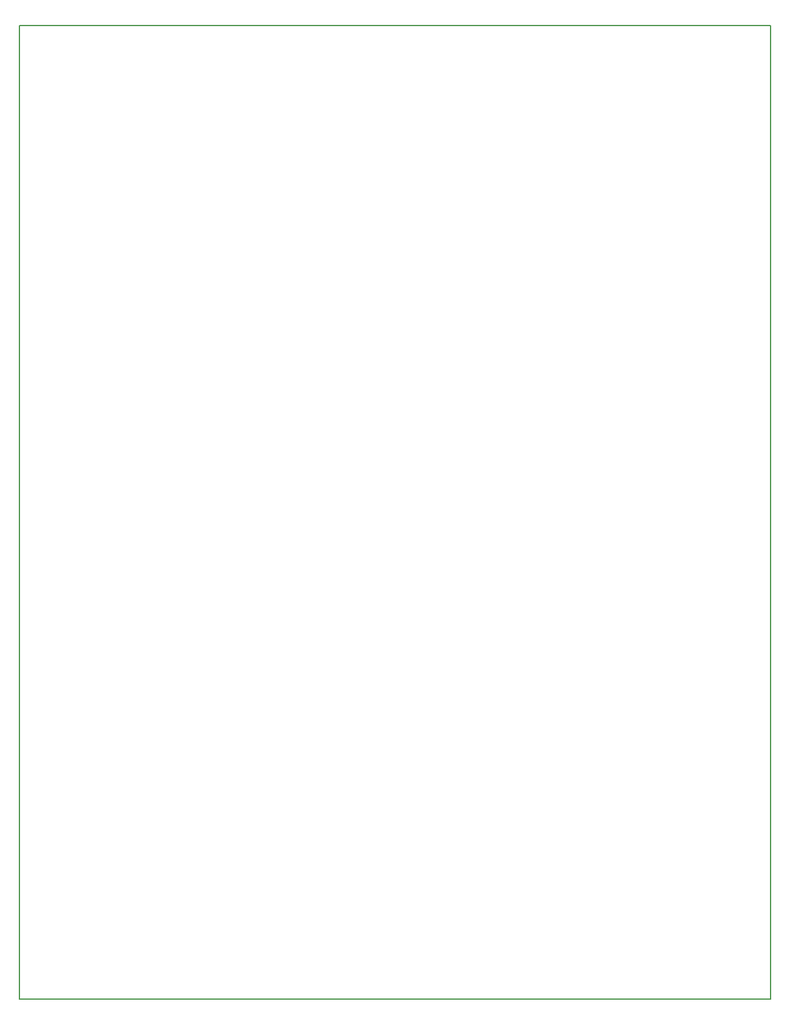
<source format=gm1>
%TF.GenerationSoftware,KiCad,Pcbnew,(6.0.2)*%
%TF.CreationDate,2022-04-22T14:35:52+01:00*%
%TF.ProjectId,DiscAdventure,44697363-4164-4766-956e-747572652e6b,rev?*%
%TF.SameCoordinates,Original*%
%TF.FileFunction,Profile,NP*%
%FSLAX46Y46*%
G04 Gerber Fmt 4.6, Leading zero omitted, Abs format (unit mm)*
G04 Created by KiCad (PCBNEW (6.0.2)) date 2022-04-22 14:35:52*
%MOMM*%
%LPD*%
G01*
G04 APERTURE LIST*
%TA.AperFunction,Profile*%
%ADD10C,0.200000*%
%TD*%
G04 APERTURE END LIST*
D10*
X39700000Y-23050000D02*
X144450000Y-23050000D01*
X144450000Y-23050000D02*
X144450000Y-158700000D01*
X144450000Y-158700000D02*
X39700000Y-158700000D01*
X39700000Y-158700000D02*
X39700000Y-23050000D01*
M02*

</source>
